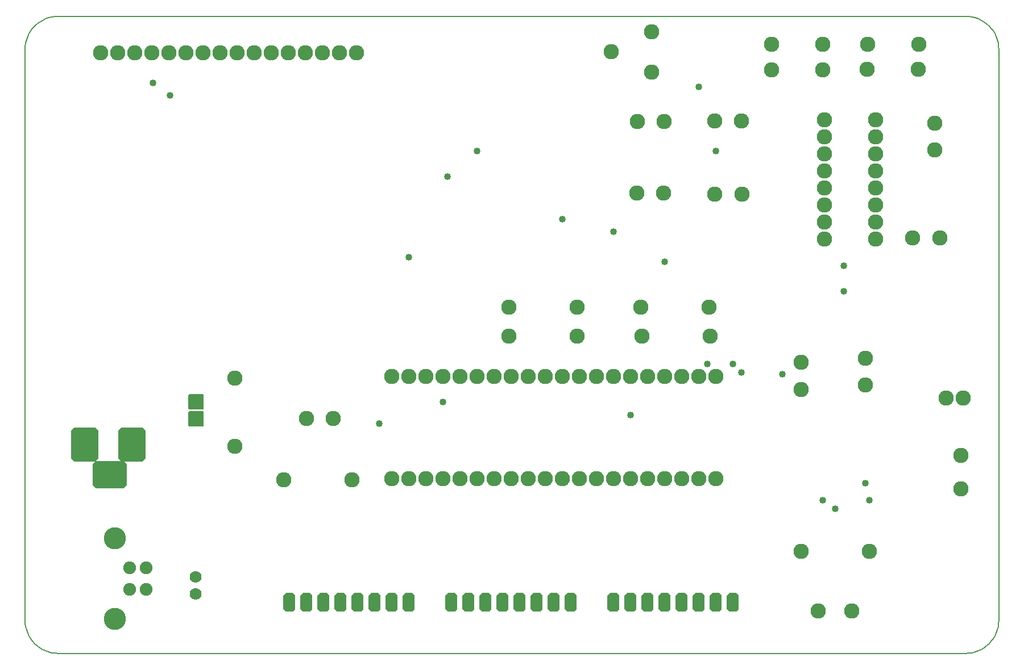
<source format=gbr>
G04 PROTEUS GERBER X2 FILE*
%TF.GenerationSoftware,Labcenter,Proteus,8.5-SP0-Build22067*%
%TF.CreationDate,2019-05-13T12:57:21+00:00*%
%TF.FileFunction,Soldermask,Bot*%
%TF.FilePolarity,Negative*%
%TF.Part,Single*%
%FSLAX45Y45*%
%MOMM*%
G01*
%TA.AperFunction,Material*%
%ADD29C,1.016000*%
%ADD72C,2.286000*%
%AMPPAD023*
4,1,8,
1.578410,-2.540000,
-1.578410,-2.540000,
-2.032000,-2.086410,
-2.032000,2.086410,
-1.578410,2.540000,
1.578410,2.540000,
2.032000,2.086410,
2.032000,-2.086410,
1.578410,-2.540000,
0*%
%ADD73PPAD023*%
%AMPPAD024*
4,1,8,
2.540000,1.578410,
2.540000,-1.578410,
2.086410,-2.032000,
-2.086410,-2.032000,
-2.540000,-1.578410,
-2.540000,1.578410,
-2.086410,2.032000,
2.086410,2.032000,
2.540000,1.578410,
0*%
%ADD30PPAD024*%
%ADD31C,1.905000*%
%ADD32C,3.302000*%
%AMPPAD027*
4,1,8,
-0.509800,1.397000,
0.509800,1.397000,
0.889000,1.017800,
0.889000,-1.017800,
0.509800,-1.397000,
-0.509800,-1.397000,
-0.889000,-1.017800,
-0.889000,1.017800,
-0.509800,1.397000,
0*%
%ADD33PPAD027*%
%ADD35C,1.778000*%
%AMPPAD030*
4,1,36,
-1.143000,-1.016000,
-1.143000,1.016000,
-1.140470,1.041970,
-1.133200,1.065980,
-1.121650,1.087580,
-1.106290,1.106290,
-1.087570,1.121650,
-1.065980,1.133200,
-1.041970,1.140470,
-1.016000,1.143000,
1.016000,1.143000,
1.041970,1.140470,
1.065980,1.133200,
1.087570,1.121650,
1.106290,1.106290,
1.121650,1.087580,
1.133200,1.065980,
1.140470,1.041970,
1.143000,1.016000,
1.143000,-1.016000,
1.140470,-1.041970,
1.133200,-1.065980,
1.121650,-1.087580,
1.106290,-1.106290,
1.087570,-1.121650,
1.065980,-1.133200,
1.041970,-1.140470,
1.016000,-1.143000,
-1.016000,-1.143000,
-1.041970,-1.140470,
-1.065980,-1.133200,
-1.087570,-1.121650,
-1.106290,-1.106290,
-1.121650,-1.087580,
-1.133200,-1.065980,
-1.140470,-1.041970,
-1.143000,-1.016000,
0*%
%ADD36PPAD030*%
%TA.AperFunction,Profile*%
%ADD20C,0.203200*%
D29*
X+12509500Y+2540000D03*
X+12573000Y+2286000D03*
X+6286500Y+7112000D03*
X+6223000Y+3746500D03*
X+5715000Y+5905500D03*
X+9525000Y+5842000D03*
X+10033000Y+8445500D03*
X+5270500Y+3429000D03*
X+9017000Y+3556000D03*
X+2159000Y+8318500D03*
X+8763000Y+6286500D03*
X+8001000Y+6477000D03*
X+1905000Y+8509000D03*
X+12065000Y+2159000D03*
X+10668000Y+4191000D03*
X+11277600Y+4165600D03*
X+12192000Y+5397500D03*
X+12192000Y+5778500D03*
X+11874500Y+2286000D03*
X+10541000Y+4318000D03*
X+10160000Y+4318000D03*
X+6731000Y+7493000D03*
X+10287000Y+7493000D03*
D72*
X+1125220Y+8956040D03*
X+1379220Y+8956040D03*
X+1633220Y+8956040D03*
X+1887220Y+8956040D03*
X+2141220Y+8956040D03*
X+2395220Y+8956040D03*
X+2649220Y+8956040D03*
X+2903220Y+8956040D03*
X+3157220Y+8956040D03*
X+3411220Y+8956040D03*
X+3665220Y+8956040D03*
X+3919220Y+8956040D03*
X+4173220Y+8956040D03*
X+4427220Y+8956040D03*
X+4681220Y+8956040D03*
X+4935220Y+8956040D03*
X+5461000Y+2603500D03*
X+5715000Y+2603500D03*
X+5969000Y+2603500D03*
X+6223000Y+2603500D03*
X+6477000Y+2603500D03*
X+6731000Y+2603500D03*
X+6985000Y+2603500D03*
X+7239000Y+2603500D03*
X+7493000Y+2603500D03*
X+7747000Y+2603500D03*
X+8001000Y+2603500D03*
X+8255000Y+2603500D03*
X+8509000Y+2603500D03*
X+8763000Y+2603500D03*
X+9017000Y+2603500D03*
X+9271000Y+2603500D03*
X+9525000Y+2603500D03*
X+9779000Y+2603500D03*
X+10033000Y+2603500D03*
X+10287000Y+2603500D03*
X+10287000Y+4127500D03*
X+10033000Y+4127500D03*
X+9779000Y+4127500D03*
X+9525000Y+4127500D03*
X+9271000Y+4127500D03*
X+9017000Y+4127500D03*
X+8763000Y+4127500D03*
X+8509000Y+4127500D03*
X+8255000Y+4127500D03*
X+8001000Y+4127500D03*
X+7747000Y+4127500D03*
X+7493000Y+4127500D03*
X+7239000Y+4127500D03*
X+6985000Y+4127500D03*
X+6731000Y+4127500D03*
X+6477000Y+4127500D03*
X+6223000Y+4127500D03*
X+5969000Y+4127500D03*
X+5715000Y+4127500D03*
X+5461000Y+4127500D03*
X+9329980Y+8668740D03*
X+8729980Y+8968740D03*
X+9329980Y+9268740D03*
X+9169400Y+5161280D03*
X+10185400Y+5161280D03*
X+7200900Y+5161280D03*
X+8216900Y+5161280D03*
D73*
X+1589000Y+3111500D03*
D30*
X+1259000Y+2661500D03*
D73*
X+889000Y+3111500D03*
D72*
X+13543280Y+7907020D03*
X+13543280Y+7507020D03*
X+11899900Y+7955280D03*
X+11899900Y+7701280D03*
X+11899900Y+7447280D03*
X+11899900Y+7193280D03*
X+11899900Y+6939280D03*
X+11899900Y+6685280D03*
X+11899900Y+6431280D03*
X+11899900Y+6177280D03*
X+12661900Y+6177280D03*
X+12661900Y+6431280D03*
X+12661900Y+6685280D03*
X+12661900Y+6939280D03*
X+12661900Y+7193280D03*
X+12661900Y+7447280D03*
X+12661900Y+7701280D03*
X+12661900Y+7955280D03*
X+3853180Y+2590800D03*
X+4869180Y+2590800D03*
X+9187180Y+4726940D03*
X+10203180Y+4726940D03*
X+7200900Y+4729480D03*
X+8216900Y+4729480D03*
X+11811000Y+635000D03*
X+12311000Y+635000D03*
X+4589780Y+3502660D03*
X+4189780Y+3502660D03*
X+10671860Y+6847840D03*
X+10271860Y+6847840D03*
X+13939520Y+2448560D03*
X+13939520Y+2948560D03*
X+13618260Y+6195060D03*
X+13218260Y+6195060D03*
X+9509660Y+6863080D03*
X+9109660Y+6863080D03*
X+9519920Y+7932420D03*
X+9119920Y+7932420D03*
X+10668000Y+7937500D03*
X+10268000Y+7937500D03*
D31*
X+1805940Y+952500D03*
X+1805940Y+1272540D03*
X+1557020Y+1272540D03*
X+1557020Y+952500D03*
D32*
X+1333500Y+1714500D03*
X+1333500Y+510540D03*
D72*
X+11557000Y+3937000D03*
X+11557000Y+4337000D03*
X+12509500Y+4000500D03*
X+12509500Y+4400500D03*
X+11112500Y+9080500D03*
X+11874500Y+9080500D03*
X+12547600Y+9080500D03*
X+13309600Y+9080500D03*
X+12534900Y+8712200D03*
X+13296900Y+8712200D03*
X+11112500Y+8704580D03*
X+11874500Y+8704580D03*
D33*
X+6350000Y+762000D03*
X+6604000Y+762000D03*
X+6858000Y+762000D03*
X+7112000Y+762000D03*
X+7366000Y+762000D03*
X+7620000Y+762000D03*
X+7874000Y+762000D03*
X+8128000Y+762000D03*
X+8763000Y+762000D03*
X+9017000Y+762000D03*
X+9271000Y+762000D03*
X+9525000Y+762000D03*
X+9779000Y+762000D03*
X+10033000Y+762000D03*
X+10287000Y+762000D03*
X+10541000Y+762000D03*
X+3937000Y+762000D03*
X+4191000Y+762000D03*
X+4445000Y+762000D03*
X+4699000Y+762000D03*
X+4953000Y+762000D03*
X+5207000Y+762000D03*
X+5461000Y+762000D03*
X+5715000Y+762000D03*
D72*
X+13970000Y+3810000D03*
X+13716000Y+3810000D03*
D35*
X+2540000Y+1143000D03*
X+2540000Y+889000D03*
D72*
X+11557000Y+1524000D03*
X+12573000Y+1524000D03*
D36*
X+2547620Y+3492500D03*
X+2547620Y+3746500D03*
D72*
X+3121660Y+4104640D03*
X+3121660Y+3088640D03*
D20*
X+0Y+500000D02*
X+0Y+9000000D01*
X+14500000Y+500000D02*
X+14500000Y+9000000D01*
X+14000000Y+0D02*
X+500000Y+0D01*
X+14000000Y+9500000D02*
X+500000Y+9500000D01*
X+0Y+9000000D02*
X+2525Y+9051964D01*
X+9949Y+9102234D01*
X+22041Y+9150581D01*
X+38574Y+9196777D01*
X+59318Y+9240593D01*
X+84045Y+9281799D01*
X+112526Y+9320168D01*
X+144531Y+9355469D01*
X+179832Y+9387474D01*
X+218201Y+9415955D01*
X+259407Y+9440681D01*
X+303223Y+9461426D01*
X+349419Y+9477959D01*
X+397766Y+9490051D01*
X+448036Y+9497475D01*
X+500000Y+9500000D01*
X+14500000Y+9000000D02*
X+14497475Y+9051964D01*
X+14490051Y+9102234D01*
X+14477959Y+9150581D01*
X+14461426Y+9196777D01*
X+14440682Y+9240593D01*
X+14415955Y+9281799D01*
X+14387474Y+9320168D01*
X+14355469Y+9355469D01*
X+14320168Y+9387474D01*
X+14281799Y+9415955D01*
X+14240593Y+9440681D01*
X+14196777Y+9461426D01*
X+14150581Y+9477959D01*
X+14102234Y+9490051D01*
X+14051964Y+9497475D01*
X+14000000Y+9500000D01*
X+14500000Y+500000D02*
X+14497475Y+448036D01*
X+14490051Y+397766D01*
X+14477959Y+349419D01*
X+14461426Y+303223D01*
X+14440682Y+259407D01*
X+14415955Y+218201D01*
X+14387474Y+179832D01*
X+14355469Y+144531D01*
X+14320168Y+112526D01*
X+14281799Y+84045D01*
X+14240593Y+59319D01*
X+14196777Y+38574D01*
X+14150581Y+22041D01*
X+14102234Y+9949D01*
X+14051964Y+2525D01*
X+14000000Y+0D01*
X+0Y+500000D02*
X+2525Y+448036D01*
X+9949Y+397766D01*
X+22041Y+349419D01*
X+38574Y+303223D01*
X+59318Y+259407D01*
X+84045Y+218201D01*
X+112526Y+179832D01*
X+144531Y+144531D01*
X+179832Y+112526D01*
X+218201Y+84045D01*
X+259407Y+59319D01*
X+303223Y+38574D01*
X+349419Y+22041D01*
X+397766Y+9949D01*
X+448036Y+2525D01*
X+500000Y+0D01*
M02*

</source>
